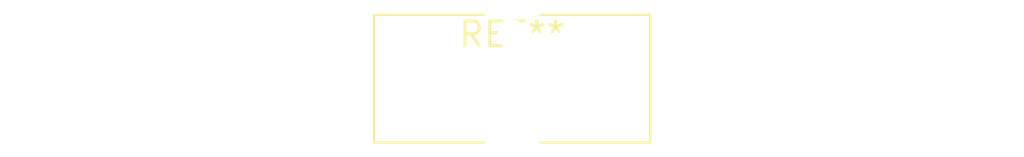
<source format=kicad_pcb>
(kicad_pcb (version 20240108) (generator pcbnew)
  (layers (0 "F.Cu" signal) (31 "B.Cu" signal) (34 "B.Paste" user) (35 "F.Paste" user) (36 "B.SilkS" user "B.Silkscreen") (37 "F.SilkS" user "F.Silkscreen") (38 "B.Mask" user) (39 "F.Mask" user) (44 "Edge.Cuts" user))
  (net 0 "")
  (footprint "L_Toroid_Vertical_L14.0mm_W6.3mm_P4.57mm_Pulse_A" (layer "F.Cu") (at 0 0)
    (property "Reference" "REF**")
    (property "Value" "L_Toroid_Vertical_L14.0mm_W6.3mm_P4.57mm_Pulse_A")
    (fp_line (start -7.105 -1.01) (end -7.105 5.58) (layer "F.SilkS") (stroke (width 0.12)))
    (fp_line (start -7.105 -1.01) (end -1.454 -1.01) (layer "F.SilkS") (stroke (width 0.12)))
    (fp_line (start -7.105 5.58) (end -1.454 5.58) (layer "F.SilkS") (stroke (width 0.12)))
    (fp_line (start 1.454 -1.01) (end 7.105 -1.01) (layer "F.SilkS") (stroke (width 0.12)))
    (fp_line (start 1.454 5.58) (end 7.105 5.58) (layer "F.SilkS") (stroke (width 0.12)))
    (fp_line (start 7.105 -1.01) (end 7.105 5.58) (layer "F.SilkS") (stroke (width 0.12)))
    (pad "1" thru_hole circle (at 0 0) (size 3 3) (drill 1.5) (layers *.Cu *.Mask) (remove_unused_layers))
    (pad "2" thru_hole circle (at 0 4.57) (size 3 3) (drill 1.5) (layers *.Cu *.Mask) (remove_unused_layers))
  )
)
</source>
